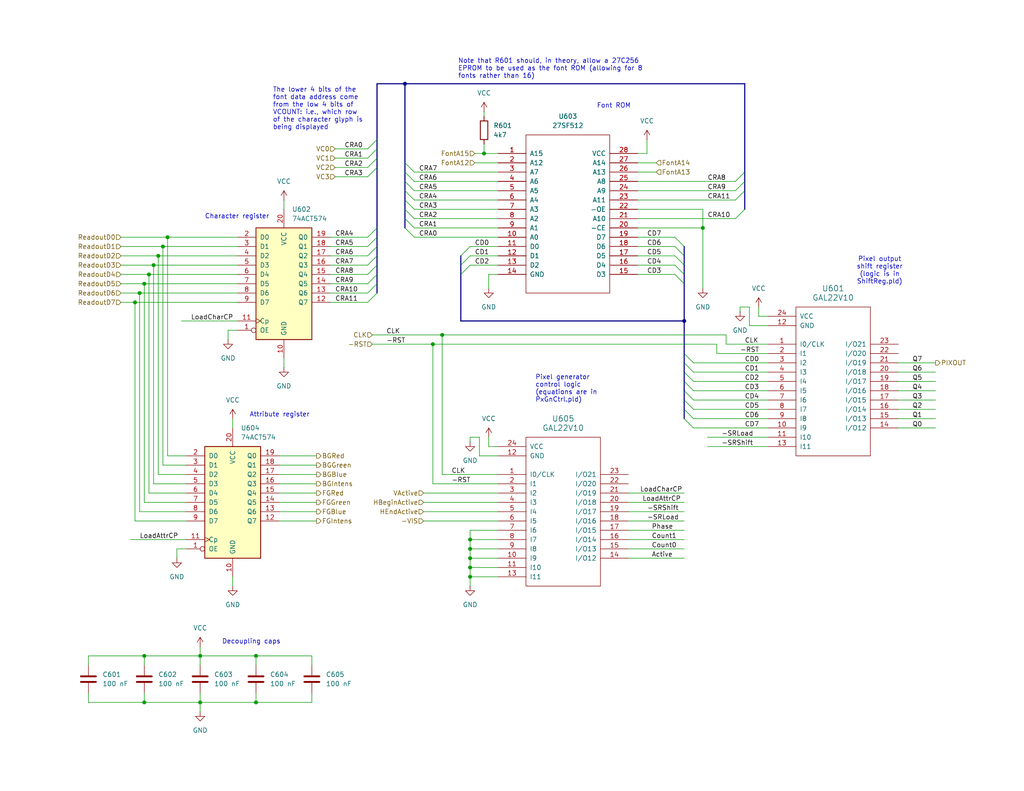
<source format=kicad_sch>
(kicad_sch (version 20231120) (generator "eeschema") (generator_version "8.0")
  (paper "USLetter")
  (title_block (title "Pixel generator") (company "daveho hacks"))
  (lib_symbols
    (symbol "27SF512:27SF512" (pin_names (offset 1.016))
      (property "Reference" "U" (at 0 -2.54 0))
      (property "Value" "27SF512" (at 0 2.54 0))
      (symbol "27SF512_1_0"
        (rectangle (start -11.43 -21.59) (end 11.43 21.59))
      )
      (symbol "27SF512_1_1"
        (pin input line (at -19.05 16.51 0) (length 7.62) (name "A15") (number "1"))
        (pin input line (at -19.05 -6.35 0) (length 7.62) (name "A0") (number "10"))
        (pin bidirectional line (at -19.05 -8.89 0) (length 7.62) (name "D0") (number "11"))
        (pin bidirectional line (at -19.05 -11.43 0) (length 7.62) (name "D1") (number "12"))
        (pin bidirectional line (at -19.05 -13.97 0) (length 7.62) (name "D2") (number "13"))
        (pin power_in line (at -19.05 -16.51 0) (length 7.62) (name "GND") (number "14"))
        (pin bidirectional line (at 19.05 -16.51 180) (length 7.62) (name "D3") (number "15"))
        (pin bidirectional line (at 19.05 -13.97 180) (length 7.62) (name "D4") (number "16"))
        (pin bidirectional line (at 19.05 -11.43 180) (length 7.62) (name "D5") (number "17"))
        (pin bidirectional line (at 19.05 -8.89 180) (length 7.62) (name "D6") (number "18"))
        (pin bidirectional line (at 19.05 -6.35 180) (length 7.62) (name "D7") (number "19"))
        (pin input line (at -19.05 13.97 0) (length 7.62) (name "A12") (number "2"))
        (pin input line (at 19.05 -3.81 180) (length 7.62) (name "-CE") (number "20"))
        (pin input line (at 19.05 -1.27 180) (length 7.62) (name "A10") (number "21"))
        (pin input line (at 19.05 1.27 180) (length 7.62) (name "-OE") (number "22"))
        (pin input line (at 19.05 3.81 180) (length 7.62) (name "A11") (number "23"))
        (pin input line (at 19.05 6.35 180) (length 7.62) (name "A9") (number "24"))
        (pin input line (at 19.05 8.89 180) (length 7.62) (name "A8") (number "25"))
        (pin input line (at 19.05 11.43 180) (length 7.62) (name "A13") (number "26"))
        (pin input line (at 19.05 13.97 180) (length 7.62) (name "A14") (number "27"))
        (pin power_in line (at 19.05 16.51 180) (length 7.62) (name "VCC") (number "28"))
        (pin input line (at -19.05 11.43 0) (length 7.62) (name "A7") (number "3"))
        (pin input line (at -19.05 8.89 0) (length 7.62) (name "A6") (number "4"))
        (pin input line (at -19.05 6.35 0) (length 7.62) (name "A5") (number "5"))
        (pin input line (at -19.05 3.81 0) (length 7.62) (name "A4") (number "6"))
        (pin input line (at -19.05 1.27 0) (length 7.62) (name "A3") (number "7"))
        (pin input line (at -19.05 -1.27 0) (length 7.62) (name "A2") (number "8"))
        (pin input line (at -19.05 -3.81 0) (length 7.62) (name "A1") (number "9"))
      )
    )
    (symbol "74xx:74LS574" (pin_names (offset 1.016))
      (property "Reference" "U" (at -7.62 16.51 0))
      (property "Value" "74LS574" (at -7.62 -16.51 0))
      (symbol "74LS574_1_0"
        (pin input inverted (at -12.7 -12.7 0) (length 5.08) (name "OE") (number "1"))
        (pin power_in line (at 0 -20.32 90) (length 5.08) (name "GND") (number "10"))
        (pin input clock (at -12.7 -10.16 0) (length 5.08) (name "Cp") (number "11"))
        (pin tri_state line (at 12.7 -5.08 180) (length 5.08) (name "Q7") (number "12"))
        (pin tri_state line (at 12.7 -2.54 180) (length 5.08) (name "Q6") (number "13"))
        (pin tri_state line (at 12.7 0 180) (length 5.08) (name "Q5") (number "14"))
        (pin tri_state line (at 12.7 2.54 180) (length 5.08) (name "Q4") (number "15"))
        (pin tri_state line (at 12.7 5.08 180) (length 5.08) (name "Q3") (number "16"))
        (pin tri_state line (at 12.7 7.62 180) (length 5.08) (name "Q2") (number "17"))
        (pin tri_state line (at 12.7 10.16 180) (length 5.08) (name "Q1") (number "18"))
        (pin tri_state line (at 12.7 12.7 180) (length 5.08) (name "Q0") (number "19"))
        (pin input line (at -12.7 12.7 0) (length 5.08) (name "D0") (number "2"))
        (pin power_in line (at 0 20.32 270) (length 5.08) (name "VCC") (number "20"))
        (pin input line (at -12.7 10.16 0) (length 5.08) (name "D1") (number "3"))
        (pin input line (at -12.7 7.62 0) (length 5.08) (name "D2") (number "4"))
        (pin input line (at -12.7 5.08 0) (length 5.08) (name "D3") (number "5"))
        (pin input line (at -12.7 2.54 0) (length 5.08) (name "D4") (number "6"))
        (pin input line (at -12.7 0 0) (length 5.08) (name "D5") (number "7"))
        (pin input line (at -12.7 -2.54 0) (length 5.08) (name "D6") (number "8"))
        (pin input line (at -12.7 -5.08 0) (length 5.08) (name "D7") (number "9"))
      )
      (symbol "74LS574_1_1"
        (rectangle (start -7.62 15.24) (end 7.62 -15.24) (stroke (width 0.254)) (fill (type background)))
      )
    )
    (symbol "Device:C" (pin_numbers hide) (pin_names (offset 0.254))
      (property "Reference" "C" (at 0.635 2.54 0))
      (property "Value" "C" (at 0.635 -2.54 0))
      (symbol "C_0_1"
        (polyline (pts (xy -2.032 -0.762) (xy 2.032 -0.762)) (stroke (width 0.508)))
        (polyline (pts (xy -2.032 0.762) (xy 2.032 0.762)) (stroke (width 0.508)))
      )
      (symbol "C_1_1"
        (pin passive line (at 0 3.81 270) (length 2.794) (name "~") (number "1"))
        (pin passive line (at 0 -3.81 90) (length 2.794) (name "~") (number "2"))
      )
    )
    (symbol "Device:R" (pin_numbers hide) (pin_names (offset 0))
      (property "Reference" "R" (at 2.032 0 90))
      (property "Value" "R" (at 0 0 90))
      (symbol "R_0_1"
        (rectangle (start -1.016 -2.54) (end 1.016 2.54) (stroke (width 0.254)))
      )
      (symbol "R_1_1"
        (pin passive line (at 0 3.81 270) (length 1.27) (name "~") (number "1"))
        (pin passive line (at 0 -3.81 90) (length 1.27) (name "~") (number "2"))
      )
    )
    (symbol "power:GND" (power) (pin_numbers hide) (pin_names (offset 0) hide)
      (property "Value" "GND" (at 0 -3.81 0))
      (symbol "GND_0_1"
        (polyline (pts (xy 0 0) (xy 0 -1.27) (xy 1.27 -1.27) (xy 0 -2.54) (xy -1.27 -1.27) (xy 0 -1.27)))
      )
      (symbol "GND_1_1"
        (pin power_in line (at 0 0 270) (length 0) (name "~") (number "1"))
      )
    )
    (symbol "power:VCC" (power) (pin_numbers hide) (pin_names (offset 0) hide)
      (property "Value" "VCC" (at 0 3.556 0))
      (symbol "VCC_0_1"
        (polyline (pts (xy -0.762 1.27) (xy 0 2.54)))
        (polyline (pts (xy 0 0) (xy 0 2.54)))
        (polyline (pts (xy 0 2.54) (xy 0.762 1.27)))
      )
      (symbol "VCC_1_1"
        (pin power_in line (at 0 0 90) (length 0) (name "~") (number "1"))
      )
    )
    (symbol "ya68k:GAL22V10" (pin_names (offset 1.016))
      (property "Reference" "U" (at -1.27 20.32 0))
      (property "Value" "GAL22V10" (at 0 -24.13 0))
      (symbol "GAL22V10_0_1"
        (rectangle (start -10.16 19.05) (end 10.16 -21.59))
      )
      (symbol "GAL22V10_1_1"
        (pin input line (at -17.78 8.89 0) (length 7.62) (name "I0/CLK") (number "1"))
        (pin input line (at -17.78 -13.97 0) (length 7.62) (name "I9") (number "10"))
        (pin input line (at -17.78 -16.51 0) (length 7.62) (name "I10") (number "11"))
        (pin power_in line (at -17.78 13.97 0) (length 7.62) (name "GND") (number "12"))
        (pin input line (at -17.78 -19.05 0) (length 7.62) (name "I11") (number "13"))
        (pin bidirectional line (at 17.78 -13.97 180) (length 7.62) (name "I/O12") (number "14"))
        (pin bidirectional line (at 17.78 -11.43 180) (length 7.62) (name "I/O13") (number "15"))
        (pin bidirectional line (at 17.78 -8.89 180) (length 7.62) (name "I/O14") (number "16"))
        (pin bidirectional line (at 17.78 -6.35 180) (length 7.62) (name "I/O15") (number "17"))
        (pin bidirectional line (at 17.78 -3.81 180) (length 7.62) (name "I/O16") (number "18"))
        (pin bidirectional line (at 17.78 -1.27 180) (length 7.62) (name "I/O17") (number "19"))
        (pin input line (at -17.78 6.35 0) (length 7.62) (name "I1") (number "2"))
        (pin bidirectional line (at 17.78 1.27 180) (length 7.62) (name "I/O18") (number "20"))
        (pin bidirectional line (at 17.78 3.81 180) (length 7.62) (name "I/O19") (number "21"))
        (pin bidirectional line (at 17.78 6.35 180) (length 7.62) (name "I/O20") (number "22"))
        (pin bidirectional line (at 17.78 8.89 180) (length 7.62) (name "I/O21") (number "23"))
        (pin power_in line (at -17.78 16.51 0) (length 7.62) (name "VCC") (number "24"))
        (pin input line (at -17.78 3.81 0) (length 7.62) (name "I2") (number "3"))
        (pin input line (at -17.78 1.27 0) (length 7.62) (name "I3") (number "4"))
        (pin input line (at -17.78 -1.27 0) (length 7.62) (name "I4") (number "5"))
        (pin input line (at -17.78 -3.81 0) (length 7.62) (name "I5") (number "6"))
        (pin input line (at -17.78 -6.35 0) (length 7.62) (name "I6") (number "7"))
        (pin input line (at -17.78 -8.89 0) (length 7.62) (name "I7") (number "8"))
        (pin input line (at -17.78 -11.43 0) (length 7.62) (name "I8") (number "9"))
      )
    )
  )
  (junction (at 128.27 147.32))
  (junction (at 54.61 179.07))
  (junction (at 40.64 74.93))
  (junction (at 39.37 77.47))
  (junction (at 54.61 191.77))
  (junction (at 44.45 67.31))
  (junction (at 128.27 152.4))
  (junction (at 41.91 72.39))
  (junction (at 120.65 91.44))
  (junction (at 45.72 64.77))
  (junction (at 38.1 80.01))
  (junction (at 118.11 93.98))
  (junction (at 191.77 62.23))
  (junction (at 110.49 22.86))
  (junction (at 36.83 82.55))
  (junction (at 186.69 87.63))
  (junction (at 128.27 157.48))
  (junction (at 69.85 191.77))
  (junction (at 128.27 149.86))
  (junction (at 132.08 41.91))
  (junction (at 43.18 69.85))
  (junction (at 39.37 191.77))
  (junction (at 69.85 179.07))
  (junction (at 128.27 154.94))
  (junction (at 39.37 179.07))
  (bus_entry (at 100.33 48.26) (size 2.54 -2.54))
  (bus_entry (at 100.33 43.18) (size 2.54 -2.54))
  (bus_entry (at 110.49 49.53) (size 2.54 2.54))
  (bus_entry (at 125.73 69.85) (size 2.54 -2.54))
  (bus_entry (at 125.73 72.39) (size 2.54 -2.54))
  (bus_entry (at 100.33 67.31) (size 2.54 -2.54))
  (bus_entry (at 186.69 106.68) (size 2.54 2.54))
  (bus_entry (at 110.49 59.69) (size 2.54 2.54))
  (bus_entry (at 184.15 69.85) (size 2.54 2.54))
  (bus_entry (at 200.66 49.53) (size 2.54 -2.54))
  (bus_entry (at 100.33 74.93) (size 2.54 -2.54))
  (bus_entry (at 186.69 111.76) (size 2.54 2.54))
  (bus_entry (at 110.49 57.15) (size 2.54 2.54))
  (bus_entry (at 110.49 52.07) (size 2.54 2.54))
  (bus_entry (at 186.69 114.3) (size 2.54 2.54))
  (bus_entry (at 100.33 82.55) (size 2.54 -2.54))
  (bus_entry (at 184.15 74.93) (size 2.54 2.54))
  (bus_entry (at 110.49 44.45) (size 2.54 2.54))
  (bus_entry (at 186.69 99.06) (size 2.54 2.54))
  (bus_entry (at 184.15 64.77) (size 2.54 2.54))
  (bus_entry (at 100.33 77.47) (size 2.54 -2.54))
  (bus_entry (at 100.33 64.77) (size 2.54 -2.54))
  (bus_entry (at 186.69 96.52) (size 2.54 2.54))
  (bus_entry (at 100.33 40.64) (size 2.54 -2.54))
  (bus_entry (at 200.66 54.61) (size 2.54 -2.54))
  (bus_entry (at 186.69 109.22) (size 2.54 2.54))
  (bus_entry (at 200.66 59.69) (size 2.54 -2.54))
  (bus_entry (at 100.33 45.72) (size 2.54 -2.54))
  (bus_entry (at 184.15 67.31) (size 2.54 2.54))
  (bus_entry (at 125.73 74.93) (size 2.54 -2.54))
  (bus_entry (at 100.33 72.39) (size 2.54 -2.54))
  (bus_entry (at 110.49 54.61) (size 2.54 2.54))
  (bus_entry (at 200.66 52.07) (size 2.54 -2.54))
  (bus_entry (at 100.33 69.85) (size 2.54 -2.54))
  (bus_entry (at 110.49 46.99) (size 2.54 2.54))
  (bus_entry (at 186.69 104.14) (size 2.54 2.54))
  (bus_entry (at 100.33 80.01) (size 2.54 -2.54))
  (bus_entry (at 186.69 101.6) (size 2.54 2.54))
  (bus_entry (at 184.15 72.39) (size 2.54 2.54))
  (bus_entry (at 110.49 62.23) (size 2.54 2.54))
  (bus (pts (xy 186.69 101.6) (xy 186.69 104.14)))
  (wire (pts (xy 128.27 154.94) (xy 128.27 157.48)))
  (wire (pts (xy 120.65 91.44) (xy 198.12 91.44)))
  (bus (pts (xy 102.87 22.86) (xy 102.87 38.1)))
  (wire (pts (xy 129.54 41.91) (xy 132.08 41.91)))
  (wire (pts (xy 204.47 83.82) (xy 201.93 83.82)))
  (wire (pts (xy 171.45 142.24) (xy 186.69 142.24)))
  (wire (pts (xy 90.17 67.31) (xy 100.33 67.31)))
  (wire (pts (xy 50.8 149.86) (xy 48.26 149.86)))
  (wire (pts (xy 63.5 157.48) (xy 63.5 160.02)))
  (wire (pts (xy 39.37 179.07) (xy 54.61 179.07)))
  (bus (pts (xy 125.73 72.39) (xy 125.73 74.93)))
  (wire (pts (xy 171.45 147.32) (xy 186.69 147.32)))
  (bus (pts (xy 186.69 111.76) (xy 186.69 114.3)))
  (wire (pts (xy 33.02 82.55) (xy 36.83 82.55)))
  (wire (pts (xy 133.35 119.38) (xy 133.35 121.92)))
  (wire (pts (xy 40.64 134.62) (xy 40.64 74.93)))
  (wire (pts (xy 189.23 114.3) (xy 209.55 114.3)))
  (wire (pts (xy 201.93 83.82) (xy 201.93 85.09)))
  (wire (pts (xy 173.99 62.23) (xy 191.77 62.23)))
  (wire (pts (xy 171.45 134.62) (xy 186.69 134.62)))
  (wire (pts (xy 54.61 176.53) (xy 54.61 179.07)))
  (wire (pts (xy 204.47 88.9) (xy 204.47 83.82)))
  (wire (pts (xy 50.8 129.54) (xy 43.18 129.54)))
  (wire (pts (xy 120.65 91.44) (xy 120.65 129.54)))
  (wire (pts (xy 128.27 149.86) (xy 128.27 152.4)))
  (wire (pts (xy 50.8 127) (xy 44.45 127)))
  (wire (pts (xy 128.27 147.32) (xy 128.27 149.86)))
  (bus (pts (xy 110.49 59.69) (xy 110.49 57.15)))
  (wire (pts (xy 36.83 142.24) (xy 36.83 82.55)))
  (wire (pts (xy 113.03 46.99) (xy 135.89 46.99)))
  (wire (pts (xy 90.17 80.01) (xy 100.33 80.01)))
  (wire (pts (xy 115.57 139.7) (xy 135.89 139.7)))
  (bus (pts (xy 110.49 22.86) (xy 102.87 22.86)))
  (bus (pts (xy 110.49 52.07) (xy 110.49 49.53)))
  (wire (pts (xy 39.37 189.23) (xy 39.37 191.77)))
  (bus (pts (xy 186.69 67.31) (xy 186.69 69.85)))
  (wire (pts (xy 171.45 137.16) (xy 186.69 137.16)))
  (wire (pts (xy 44.45 67.31) (xy 64.77 67.31)))
  (bus (pts (xy 102.87 67.31) (xy 102.87 69.85)))
  (wire (pts (xy 39.37 137.16) (xy 39.37 77.47)))
  (wire (pts (xy 173.99 59.69) (xy 200.66 59.69)))
  (wire (pts (xy 193.04 121.92) (xy 209.55 121.92)))
  (wire (pts (xy 49.53 87.63) (xy 64.77 87.63)))
  (wire (pts (xy 135.89 124.46) (xy 130.81 124.46)))
  (wire (pts (xy 195.58 96.52) (xy 195.58 93.98)))
  (wire (pts (xy 69.85 179.07) (xy 69.85 181.61)))
  (wire (pts (xy 91.44 45.72) (xy 100.33 45.72)))
  (wire (pts (xy 50.8 137.16) (xy 39.37 137.16)))
  (wire (pts (xy 128.27 144.78) (xy 128.27 147.32)))
  (wire (pts (xy 132.08 41.91) (xy 135.89 41.91)))
  (wire (pts (xy 38.1 139.7) (xy 38.1 80.01)))
  (wire (pts (xy 90.17 74.93) (xy 100.33 74.93)))
  (bus (pts (xy 186.69 96.52) (xy 186.69 99.06)))
  (wire (pts (xy 24.13 179.07) (xy 39.37 179.07)))
  (wire (pts (xy 50.8 134.62) (xy 40.64 134.62)))
  (wire (pts (xy 245.11 109.22) (xy 255.27 109.22)))
  (wire (pts (xy 76.2 139.7) (xy 86.36 139.7)))
  (bus (pts (xy 102.87 77.47) (xy 102.87 80.01)))
  (wire (pts (xy 128.27 147.32) (xy 135.89 147.32)))
  (wire (pts (xy 38.1 80.01) (xy 64.77 80.01)))
  (wire (pts (xy 113.03 49.53) (xy 135.89 49.53)))
  (wire (pts (xy 91.44 43.18) (xy 100.33 43.18)))
  (wire (pts (xy 113.03 59.69) (xy 135.89 59.69)))
  (wire (pts (xy 173.99 52.07) (xy 200.66 52.07)))
  (wire (pts (xy 33.02 64.77) (xy 45.72 64.77)))
  (wire (pts (xy 90.17 82.55) (xy 100.33 82.55)))
  (wire (pts (xy 76.2 124.46) (xy 86.36 124.46)))
  (wire (pts (xy 101.6 91.44) (xy 120.65 91.44)))
  (wire (pts (xy 128.27 119.38) (xy 128.27 120.65)))
  (wire (pts (xy 189.23 104.14) (xy 209.55 104.14)))
  (wire (pts (xy 50.8 139.7) (xy 38.1 139.7)))
  (bus (pts (xy 110.49 46.99) (xy 110.49 44.45)))
  (bus (pts (xy 203.2 46.99) (xy 203.2 22.86)))
  (wire (pts (xy 191.77 62.23) (xy 191.77 78.74)))
  (bus (pts (xy 186.69 74.93) (xy 186.69 77.47)))
  (bus (pts (xy 102.87 45.72) (xy 102.87 62.23)))
  (wire (pts (xy 113.03 54.61) (xy 135.89 54.61)))
  (wire (pts (xy 198.12 93.98) (xy 198.12 91.44)))
  (wire (pts (xy 85.09 179.07) (xy 85.09 181.61)))
  (wire (pts (xy 128.27 152.4) (xy 135.89 152.4)))
  (wire (pts (xy 69.85 179.07) (xy 85.09 179.07)))
  (wire (pts (xy 76.2 129.54) (xy 86.36 129.54)))
  (wire (pts (xy 76.2 127) (xy 86.36 127)))
  (wire (pts (xy 133.35 74.93) (xy 133.35 78.74)))
  (wire (pts (xy 44.45 127) (xy 44.45 67.31)))
  (wire (pts (xy 209.55 96.52) (xy 195.58 96.52)))
  (wire (pts (xy 245.11 111.76) (xy 255.27 111.76)))
  (wire (pts (xy 173.99 57.15) (xy 191.77 57.15)))
  (bus (pts (xy 102.87 43.18) (xy 102.87 45.72)))
  (bus (pts (xy 102.87 72.39) (xy 102.87 74.93)))
  (wire (pts (xy 171.45 139.7) (xy 186.69 139.7)))
  (wire (pts (xy 45.72 124.46) (xy 45.72 64.77)))
  (bus (pts (xy 102.87 62.23) (xy 102.87 64.77)))
  (wire (pts (xy 115.57 142.24) (xy 135.89 142.24)))
  (wire (pts (xy 91.44 40.64) (xy 100.33 40.64)))
  (bus (pts (xy 125.73 69.85) (xy 125.73 72.39)))
  (wire (pts (xy 245.11 101.6) (xy 255.27 101.6)))
  (wire (pts (xy 209.55 88.9) (xy 204.47 88.9)))
  (wire (pts (xy 173.99 74.93) (xy 184.15 74.93)))
  (wire (pts (xy 54.61 191.77) (xy 54.61 194.31)))
  (wire (pts (xy 209.55 86.36) (xy 207.01 86.36)))
  (bus (pts (xy 110.49 49.53) (xy 110.49 46.99)))
  (wire (pts (xy 33.02 69.85) (xy 43.18 69.85)))
  (wire (pts (xy 173.99 54.61) (xy 200.66 54.61)))
  (wire (pts (xy 39.37 191.77) (xy 54.61 191.77)))
  (wire (pts (xy 128.27 149.86) (xy 135.89 149.86)))
  (bus (pts (xy 186.69 104.14) (xy 186.69 106.68)))
  (bus (pts (xy 102.87 38.1) (xy 102.87 40.64)))
  (wire (pts (xy 173.99 64.77) (xy 184.15 64.77)))
  (wire (pts (xy 64.77 90.17) (xy 62.23 90.17)))
  (wire (pts (xy 43.18 69.85) (xy 64.77 69.85)))
  (wire (pts (xy 85.09 191.77) (xy 85.09 189.23)))
  (wire (pts (xy 77.47 54.61) (xy 77.47 57.15)))
  (bus (pts (xy 125.73 74.93) (xy 125.73 87.63)))
  (wire (pts (xy 76.2 132.08) (xy 86.36 132.08)))
  (wire (pts (xy 118.11 132.08) (xy 118.11 93.98)))
  (wire (pts (xy 130.81 119.38) (xy 128.27 119.38)))
  (wire (pts (xy 129.54 44.45) (xy 135.89 44.45)))
  (wire (pts (xy 69.85 189.23) (xy 69.85 191.77)))
  (wire (pts (xy 45.72 64.77) (xy 64.77 64.77)))
  (wire (pts (xy 135.89 129.54) (xy 120.65 129.54)))
  (wire (pts (xy 76.2 134.62) (xy 86.36 134.62)))
  (wire (pts (xy 24.13 181.61) (xy 24.13 179.07)))
  (wire (pts (xy 130.81 124.46) (xy 130.81 119.38)))
  (wire (pts (xy 189.23 109.22) (xy 209.55 109.22)))
  (wire (pts (xy 189.23 111.76) (xy 209.55 111.76)))
  (wire (pts (xy 189.23 106.68) (xy 209.55 106.68)))
  (wire (pts (xy 54.61 191.77) (xy 69.85 191.77)))
  (wire (pts (xy 101.6 93.98) (xy 118.11 93.98)))
  (wire (pts (xy 128.27 154.94) (xy 135.89 154.94)))
  (wire (pts (xy 50.8 132.08) (xy 41.91 132.08)))
  (bus (pts (xy 102.87 69.85) (xy 102.87 72.39)))
  (wire (pts (xy 118.11 132.08) (xy 135.89 132.08)))
  (wire (pts (xy 115.57 137.16) (xy 135.89 137.16)))
  (wire (pts (xy 77.47 97.79) (xy 77.47 100.33)))
  (wire (pts (xy 128.27 67.31) (xy 135.89 67.31)))
  (wire (pts (xy 128.27 152.4) (xy 128.27 154.94)))
  (wire (pts (xy 132.08 30.48) (xy 132.08 31.75)))
  (bus (pts (xy 186.69 106.68) (xy 186.69 109.22)))
  (wire (pts (xy 128.27 144.78) (xy 135.89 144.78)))
  (wire (pts (xy 33.02 74.93) (xy 40.64 74.93)))
  (wire (pts (xy 245.11 104.14) (xy 255.27 104.14)))
  (wire (pts (xy 33.02 80.01) (xy 38.1 80.01)))
  (wire (pts (xy 90.17 77.47) (xy 100.33 77.47)))
  (wire (pts (xy 90.17 64.77) (xy 100.33 64.77)))
  (wire (pts (xy 113.03 57.15) (xy 135.89 57.15)))
  (wire (pts (xy 62.23 90.17) (xy 62.23 92.71)))
  (wire (pts (xy 90.17 72.39) (xy 100.33 72.39)))
  (bus (pts (xy 110.49 57.15) (xy 110.49 54.61)))
  (wire (pts (xy 41.91 72.39) (xy 64.77 72.39)))
  (wire (pts (xy 173.99 72.39) (xy 184.15 72.39)))
  (wire (pts (xy 128.27 69.85) (xy 135.89 69.85)))
  (bus (pts (xy 125.73 87.63) (xy 186.69 87.63)))
  (wire (pts (xy 63.5 114.3) (xy 63.5 116.84)))
  (wire (pts (xy 113.03 52.07) (xy 135.89 52.07)))
  (wire (pts (xy 173.99 44.45) (xy 179.07 44.45)))
  (wire (pts (xy 50.8 124.46) (xy 45.72 124.46)))
  (wire (pts (xy 91.44 48.26) (xy 100.33 48.26)))
  (bus (pts (xy 203.2 57.15) (xy 203.2 52.07)))
  (bus (pts (xy 186.69 69.85) (xy 186.69 72.39)))
  (wire (pts (xy 132.08 39.37) (xy 132.08 41.91)))
  (wire (pts (xy 39.37 179.07) (xy 39.37 181.61)))
  (wire (pts (xy 173.99 69.85) (xy 184.15 69.85)))
  (wire (pts (xy 173.99 46.99) (xy 179.07 46.99)))
  (wire (pts (xy 39.37 77.47) (xy 64.77 77.47)))
  (bus (pts (xy 186.69 87.63) (xy 186.69 96.52)))
  (wire (pts (xy 128.27 72.39) (xy 135.89 72.39)))
  (bus (pts (xy 186.69 99.06) (xy 186.69 101.6)))
  (wire (pts (xy 189.23 101.6) (xy 209.55 101.6)))
  (wire (pts (xy 48.26 149.86) (xy 48.26 152.4)))
  (wire (pts (xy 115.57 134.62) (xy 135.89 134.62)))
  (wire (pts (xy 173.99 41.91) (xy 176.53 41.91)))
  (wire (pts (xy 209.55 93.98) (xy 198.12 93.98)))
  (wire (pts (xy 171.45 149.86) (xy 186.69 149.86)))
  (wire (pts (xy 90.17 69.85) (xy 100.33 69.85)))
  (bus (pts (xy 102.87 40.64) (xy 102.87 43.18)))
  (wire (pts (xy 54.61 179.07) (xy 54.61 181.61)))
  (wire (pts (xy 76.2 137.16) (xy 86.36 137.16)))
  (bus (pts (xy 203.2 49.53) (xy 203.2 46.99)))
  (bus (pts (xy 102.87 74.93) (xy 102.87 77.47)))
  (wire (pts (xy 135.89 157.48) (xy 128.27 157.48)))
  (wire (pts (xy 207.01 83.82) (xy 207.01 86.36)))
  (wire (pts (xy 35.56 147.32) (xy 50.8 147.32)))
  (wire (pts (xy 113.03 62.23) (xy 135.89 62.23)))
  (wire (pts (xy 69.85 191.77) (xy 85.09 191.77)))
  (wire (pts (xy 135.89 74.93) (xy 133.35 74.93)))
  (wire (pts (xy 54.61 179.07) (xy 69.85 179.07)))
  (wire (pts (xy 36.83 82.55) (xy 64.77 82.55)))
  (wire (pts (xy 189.23 99.06) (xy 209.55 99.06)))
  (bus (pts (xy 110.49 62.23) (xy 110.49 59.69)))
  (wire (pts (xy 245.11 116.84) (xy 255.27 116.84)))
  (wire (pts (xy 33.02 67.31) (xy 44.45 67.31)))
  (bus (pts (xy 110.49 44.45) (xy 110.49 22.86)))
  (bus (pts (xy 203.2 22.86) (xy 110.49 22.86)))
  (wire (pts (xy 54.61 189.23) (xy 54.61 191.77)))
  (wire (pts (xy 50.8 142.24) (xy 36.83 142.24)))
  (wire (pts (xy 24.13 189.23) (xy 24.13 191.77)))
  (wire (pts (xy 189.23 116.84) (xy 209.55 116.84)))
  (wire (pts (xy 191.77 57.15) (xy 191.77 62.23)))
  (bus (pts (xy 186.69 77.47) (xy 186.69 87.63)))
  (wire (pts (xy 173.99 49.53) (xy 200.66 49.53)))
  (wire (pts (xy 40.64 74.93) (xy 64.77 74.93)))
  (wire (pts (xy 43.18 129.54) (xy 43.18 69.85)))
  (wire (pts (xy 171.45 152.4) (xy 186.69 152.4)))
  (wire (pts (xy 33.02 72.39) (xy 41.91 72.39)))
  (wire (pts (xy 33.02 77.47) (xy 39.37 77.47)))
  (wire (pts (xy 135.89 121.92) (xy 133.35 121.92)))
  (bus (pts (xy 203.2 52.07) (xy 203.2 49.53)))
  (wire (pts (xy 195.58 93.98) (xy 118.11 93.98)))
  (bus (pts (xy 102.87 64.77) (xy 102.87 67.31)))
  (wire (pts (xy 193.04 119.38) (xy 209.55 119.38)))
  (bus (pts (xy 110.49 54.61) (xy 110.49 52.07)))
  (wire (pts (xy 113.03 64.77) (xy 135.89 64.77)))
  (wire (pts (xy 128.27 157.48) (xy 128.27 160.02)))
  (wire (pts (xy 24.13 191.77) (xy 39.37 191.77)))
  (bus (pts (xy 186.69 109.22) (xy 186.69 111.76)))
  (wire (pts (xy 176.53 38.1) (xy 176.53 41.91)))
  (wire (pts (xy 245.11 99.06) (xy 255.27 99.06)))
  (wire (pts (xy 171.45 144.78) (xy 186.69 144.78)))
  (wire (pts (xy 41.91 132.08) (xy 41.91 72.39)))
  (bus (pts (xy 186.69 72.39) (xy 186.69 74.93)))
  (wire (pts (xy 76.2 142.24) (xy 86.36 142.24)))
  (wire (pts (xy 173.99 67.31) (xy 184.15 67.31)))
  (wire (pts (xy 245.11 106.68) (xy 255.27 106.68)))
  (wire (pts (xy 245.11 114.3) (xy 255.27 114.3)))
  (text "Font ROM" (at 162.814 28.956 0) (effects (font (size 1.27 1.27)) (justify left)))
  (text "Character register" (at 55.88 59.182 0) (effects (font (size 1.27 1.27)) (justify left)))
  (text "Pixel output\nshift register\n(logic is in\nShiftReg.pld)" (at 240.03 73.914 0) (effects (font (size 1.27 1.27))))
  (text "Pixel generator\ncontrol logic\n(equations are in\nPxGnCtrl.pld)" (at 146.05 106.172 0) (effects (font (size 1.27 1.27)) (justify left)))
  (text "Decoupling caps" (at 68.58 175.26 0) (effects (font (size 1.27 1.27))))
  (text "Note that R601 should, in theory, allow a 27C256\nEPROM to be used as the font ROM (allowing for 8\nfonts rather than 16)" (at 124.968 18.796 0) (effects (font (size 1.27 1.27)) (justify left)))
  (text "The lower 4 bits of the\nfont data address come\nfrom the low 4 bits of\nVCOUNT: i.e., which row\nof the character glyph is\nbeing displayed" (at 74.422 29.718 0) (effects (font (size 1.27 1.27)) (justify left)))
  (text "Attribute register" (at 68.072 113.284 0) (effects (font (size 1.27 1.27)) (justify left)))
  (label "CD0" (at 129.54 67.31 0))
  (label "CRA5" (at 114.3 52.07 0))
  (label "CRA6" (at 114.3 49.53 0))
  (label "-SRShift" (at 176.53 139.7 0))
  (label "CD2" (at 129.54 72.39 0))
  (label "CD6" (at 176.53 67.31 0))
  (label "CD7" (at 176.53 64.77 0))
  (label "CRA3" (at 93.98 48.26 0))
  (label "CRA1" (at 93.98 43.18 0))
  (label "CRA0" (at 93.98 40.64 0))
  (label "CD5" (at 203.2 111.76 0))
  (label "CD4" (at 203.2 109.22 0))
  (label "CRA11" (at 193.04 54.61 0))
  (label "Q4" (at 248.92 106.68 0))
  (label "CD4" (at 176.53 72.39 0))
  (label "Count1" (at 177.8 147.32 0))
  (label "CD3" (at 176.53 74.93 0))
  (label "LoadAttrCP" (at 175.26 137.16 0))
  (label "CD6" (at 203.2 114.3 0))
  (label "CRA10" (at 193.04 59.69 0))
  (label "Active" (at 177.8 152.4 0))
  (label "LoadAttrCP" (at 38.1 147.32 0))
  (label "-RST" (at 201.93 96.52 0))
  (label "CD5" (at 176.53 69.85 0))
  (label "CD0" (at 203.2 99.06 0))
  (label "CRA3" (at 114.3 57.15 0))
  (label "CRA2" (at 93.98 45.72 0))
  (label "CLK" (at 123.19 129.54 0))
  (label "CRA7" (at 91.44 72.39 0))
  (label "CRA6" (at 91.44 69.85 0))
  (label "Q3" (at 248.92 109.22 0))
  (label "CD1" (at 203.2 101.6 0))
  (label "CRA4" (at 91.44 64.77 0))
  (label "Q6" (at 248.92 101.6 0))
  (label "Q2" (at 248.92 111.76 0))
  (label "CLK" (at 203.2 93.98 0))
  (label "-RST" (at 123.19 132.08 0))
  (label "CRA4" (at 114.3 54.61 0))
  (label "CD1" (at 129.54 69.85 0))
  (label "CLK" (at 105.41 91.44 0))
  (label "CD3" (at 203.2 106.68 0))
  (label "Q0" (at 248.92 116.84 0))
  (label "Phase" (at 177.8 144.78 0))
  (label "CRA8" (at 193.04 49.53 0))
  (label "CRA1" (at 114.3 62.23 0))
  (label "Q5" (at 248.92 104.14 0))
  (label "CRA2" (at 114.3 59.69 0))
  (label "-SRLoad" (at 196.85 119.38 0))
  (label "CRA9" (at 91.44 77.47 0))
  (label "-RST" (at 105.41 93.98 0))
  (label "CRA7" (at 114.3 46.99 0))
  (label "CRA0" (at 114.3 64.77 0))
  (label "-SRLoad" (at 176.53 142.24 0))
  (label "CRA9" (at 193.04 52.07 0))
  (label "LoadCharCP" (at 52.07 87.63 0))
  (label "CD2" (at 203.2 104.14 0))
  (label "CRA8" (at 91.44 74.93 0))
  (label "Count0" (at 177.8 149.86 0))
  (label "CRA5" (at 91.44 67.31 0))
  (label "CRA11" (at 91.44 82.55 0))
  (label "Q7" (at 248.92 99.06 0))
  (label "LoadCharCP" (at 174.625 134.62 0))
  (label "CD7" (at 203.2 116.84 0))
  (label "Q1" (at 248.92 114.3 0))
  (label "CRA10" (at 91.44 80.01 0))
  (label "-SRShift" (at 196.85 121.92 0))
  (hierarchical_label "BGGreen" (shape output) (at 86.36 127 0))
  (hierarchical_label "HBeginActive" (shape input) (at 115.57 137.16 180))
  (hierarchical_label "ReadoutD5" (shape input) (at 33.02 77.47 180))
  (hierarchical_label "ReadoutD3" (shape input) (at 33.02 72.39 180))
  (hierarchical_label "BGBlue" (shape output) (at 86.36 129.54 0))
  (hierarchical_label "FontA14" (shape input) (at 179.07 44.45 0))
  (hierarchical_label "VC0" (shape input) (at 91.44 40.64 180))
  (hierarchical_label "FGIntens" (shape output) (at 86.36 142.24 0))
  (hierarchical_label "ReadoutD2" (shape input) (at 33.02 69.85 180))
  (hierarchical_label "FGRed" (shape output) (at 86.36 134.62 0))
  (hierarchical_label "PIXOUT" (shape output) (at 255.27 99.06 0))
  (hierarchical_label "VC1" (shape input) (at 91.44 43.18 180))
  (hierarchical_label "-VIS" (shape input) (at 115.57 142.24 180))
  (hierarchical_label "FontA12" (shape input) (at 129.54 44.45 180))
  (hierarchical_label "HEndActive" (shape input) (at 115.57 139.7 180))
  (hierarchical_label "CLK" (shape input) (at 101.6 91.44 180))
  (hierarchical_label "FontA13" (shape input) (at 179.07 46.99 0))
  (hierarchical_label "-RST" (shape input) (at 101.6 93.98 180))
  (hierarchical_label "ReadoutD0" (shape input) (at 33.02 64.77 180))
  (hierarchical_label "ReadoutD6" (shape input) (at 33.02 80.01 180))
  (hierarchical_label "FGBlue" (shape output) (at 86.36 139.7 0))
  (hierarchical_label "ReadoutD4" (shape input) (at 33.02 74.93 180))
  (hierarchical_label "ReadoutD7" (shape input) (at 33.02 82.55 180))
  (hierarchical_label "FontA15" (shape input) (at 129.54 41.91 180))
  (hierarchical_label "VC2" (shape input) (at 91.44 45.72 180))
  (hierarchical_label "VC3" (shape input) (at 91.44 48.26 180))
  (hierarchical_label "VActive" (shape input) (at 115.57 134.62 180))
  (hierarchical_label "BGIntens" (shape output) (at 86.36 132.08 0))
  (hierarchical_label "FGGreen" (shape output) (at 86.36 137.16 0))
  (hierarchical_label "ReadoutD1" (shape input) (at 33.02 67.31 180))
  (hierarchical_label "BGRed" (shape output) (at 86.36 124.46 0))
  (symbol (lib_id "power:VCC") (at 63.5 114.3 0) (unit 1)
    (property "Reference" "#PWR078" (effects (hide yes)))
    (property "Value" "VCC" (at 63.5 109.22 0))
    (property "Description" "Power symbol creates a global label with name \"VCC\"" (effects (hide yes)))
  )
  (symbol (lib_id "Device:C") (at 54.61 185.42 0) (unit 1)
    (property "Reference" "C603" (at 58.42 184.1499 0) (effects (justify left)))
    (property "Value" "100 nF" (at 58.42 186.6899 0) (effects (justify left)))
    (property "Footprint" "Capacitor_SMD:C_0805_2012Metric_Pad1.18x1.45mm_HandSolder" (effects (hide yes)))
    (property "Description" "Unpolarized capacitor" (effects (hide yes)))
  )
  (symbol (lib_id "Device:C") (at 39.37 185.42 0) (unit 1)
    (property "Reference" "C602" (at 43.18 184.1499 0) (effects (justify left)))
    (property "Value" "100 nF" (at 43.18 186.6899 0) (effects (justify left)))
    (property "Footprint" "Capacitor_SMD:C_0805_2012Metric_Pad1.18x1.45mm_HandSolder" (effects (hide yes)))
    (property "Description" "Unpolarized capacitor" (effects (hide yes)))
  )
  (symbol (lib_id "Device:R") (at 132.08 35.56 0) (unit 1)
    (property "Reference" "R601" (at 134.62 34.2899 0) (effects (justify left)))
    (property "Value" "4k7" (at 134.62 36.8299 0) (effects (justify left)))
    (property "Footprint" "Resistor_SMD:R_0805_2012Metric_Pad1.20x1.40mm_HandSolder" (effects (hide yes)))
    (property "Description" "Resistor" (effects (hide yes)))
  )
  (symbol (lib_id "74xx:74LS574") (at 77.47 77.47 0) (unit 1)
    (property "Reference" "U602" (at 79.6641 57.15 0) (effects (justify left)))
    (property "Value" "74ACT574" (at 79.6641 59.69 0) (effects (justify left)))
    (property "Footprint" "Package_SO:SOIC-20W_7.5x12.8mm_P1.27mm" (effects (hide yes)))
    (property "Datasheet" "http://www.ti.com/lit/gpn/sn74LS574" (effects (hide yes)))
    (property "Description" "8-bit Register, 3-state outputs" (effects (hide yes)))
  )
  (symbol (lib_id "27SF512:27SF512") (at 154.94 58.42 0) (unit 1)
    (property "Reference" "U603" (at 154.94 31.75 0))
    (property "Value" "27SF512" (at 154.94 34.29 0))
    (property "Footprint" "Package_DIP:DIP-28_W15.24mm_Socket" (effects (hide yes)))
    (property "Datasheet" "DOCUMENTATION" (effects (hide yes)))
  )
  (symbol (lib_id "power:GND") (at 128.27 120.65 0) (unit 1)
    (property "Reference" "#PWR066" (effects (hide yes)))
    (property "Value" "GND" (at 128.27 125.73 0))
    (property "Description" "Power symbol creates a global label with name \"GND\" , ground" (effects (hide yes)))
  )
  (symbol (lib_id "ya68k:GAL22V10") (at 227.33 102.87 0) (unit 1)
    (property "Reference" "U601" (at 227.33 78.74 0) (effects (font (size 1.524 1.524))))
    (property "Value" "GAL22V10" (at 227.33 81.28 0) (effects (font (size 1.524 1.524))))
    (property "Footprint" "Package_SO:SOIC-24W_7.5x15.4mm_P1.27mm" (effects (hide yes)))
  )
  (symbol (lib_id "power:VCC") (at 133.35 119.38 0) (unit 1)
    (property "Reference" "#PWR065" (effects (hide yes)))
    (property "Value" "VCC" (at 133.35 114.3 0))
    (property "Description" "Power symbol creates a global label with name \"VCC\"" (effects (hide yes)))
  )
  (symbol (lib_id "power:GND") (at 201.93 85.09 0) (unit 1)
    (property "Reference" "#PWR092" (effects (hide yes)))
    (property "Value" "GND" (at 201.93 90.17 0))
    (property "Description" "Power symbol creates a global label with name \"GND\" , ground" (effects (hide yes)))
  )
  (symbol (lib_id "ya68k:GAL22V10") (at 153.67 138.43 0) (unit 1)
    (property "Reference" "U605" (at 153.67 114.3 0) (effects (font (size 1.524 1.524))))
    (property "Value" "GAL22V10" (at 153.67 116.84 0) (effects (font (size 1.524 1.524))))
    (property "Footprint" "Package_SO:SOIC-24W_7.5x15.4mm_P1.27mm" (effects (hide yes)))
  )
  (symbol (lib_id "Device:C") (at 69.85 185.42 0) (unit 1)
    (property "Reference" "C604" (at 73.66 184.1499 0) (effects (justify left)))
    (property "Value" "100 nF" (at 73.66 186.6899 0) (effects (justify left)))
    (property "Footprint" "Capacitor_SMD:C_0805_2012Metric_Pad1.18x1.45mm_HandSolder" (effects (hide yes)))
    (property "Description" "Unpolarized capacitor" (effects (hide yes)))
  )
  (symbol (lib_id "Device:C") (at 24.13 185.42 0) (unit 1)
    (property "Reference" "C601" (at 27.94 184.1499 0) (effects (justify left)))
    (property "Value" "100 nF" (at 27.94 186.6899 0) (effects (justify left)))
    (property "Footprint" "Capacitor_SMD:C_0805_2012Metric_Pad1.18x1.45mm_HandSolder" (effects (hide yes)))
    (property "Description" "Unpolarized capacitor" (effects (hide yes)))
  )
  (symbol (lib_id "power:VCC") (at 207.01 83.82 0) (unit 1)
    (property "Reference" "#PWR093" (effects (hide yes)))
    (property "Value" "VCC" (at 207.01 78.74 0))
    (property "Description" "Power symbol creates a global label with name \"VCC\"" (effects (hide yes)))
  )
  (symbol (lib_id "power:GND") (at 191.77 78.74 0) (unit 1)
    (property "Reference" "#PWR072" (effects (hide yes)))
    (property "Value" "GND" (at 191.77 83.82 0))
    (property "Description" "Power symbol creates a global label with name \"GND\" , ground" (effects (hide yes)))
  )
  (symbol (lib_id "Device:C") (at 85.09 185.42 0) (unit 1)
    (property "Reference" "C605" (at 88.9 184.1499 0) (effects (justify left)))
    (property "Value" "100 nF" (at 88.9 186.6899 0) (effects (justify left)))
    (property "Footprint" "Capacitor_SMD:C_0805_2012Metric_Pad1.18x1.45mm_HandSolder" (effects (hide yes)))
    (property "Description" "Unpolarized capacitor" (effects (hide yes)))
  )
  (symbol (lib_id "power:VCC") (at 54.61 176.53 0) (unit 1)
    (property "Reference" "#PWR082" (effects (hide yes)))
    (property "Value" "VCC" (at 54.61 171.45 0))
    (property "Description" "Power symbol creates a global label with name \"VCC\"" (effects (hide yes)))
  )
  (symbol (lib_id "power:GND") (at 48.26 152.4 0) (unit 1)
    (property "Reference" "#PWR074" (effects (hide yes)))
    (property "Value" "GND" (at 48.26 157.48 0))
    (property "Description" "Power symbol creates a global label with name \"GND\" , ground" (effects (hide yes)))
  )
  (symbol (lib_id "power:VCC") (at 176.53 38.1 0) (unit 1)
    (property "Reference" "#PWR076" (effects (hide yes)))
    (property "Value" "VCC" (at 176.53 33.02 0))
    (property "Description" "Power symbol creates a global label with name \"VCC\"" (effects (hide yes)))
  )
  (symbol (lib_id "power:GND") (at 128.27 160.02 0) (unit 1)
    (property "Reference" "#PWR067" (effects (hide yes)))
    (property "Value" "GND" (at 128.27 165.1 0))
    (property "Description" "Power symbol creates a global label with name \"GND\" , ground" (effects (hide yes)))
  )
  (symbol (lib_id "power:GND") (at 54.61 194.31 0) (unit 1)
    (property "Reference" "#PWR083" (effects (hide yes)))
    (property "Value" "GND" (at 54.61 199.39 0))
    (property "Description" "Power symbol creates a global label with name \"GND\" , ground" (effects (hide yes)))
  )
  (symbol (lib_id "power:VCC") (at 132.08 30.48 0) (unit 1)
    (property "Reference" "#PWR028" (effects (hide yes)))
    (property "Value" "VCC" (at 132.08 25.4 0))
    (property "Description" "Power symbol creates a global label with name \"VCC\"" (effects (hide yes)))
  )
  (symbol (lib_id "power:GND") (at 62.23 92.71 0) (unit 1)
    (property "Reference" "#PWR073" (effects (hide yes)))
    (property "Value" "GND" (at 62.23 97.79 0))
    (property "Description" "Power symbol creates a global label with name \"GND\" , ground" (effects (hide yes)))
  )
  (symbol (lib_id "power:GND") (at 77.47 100.33 0) (unit 1)
    (property "Reference" "#PWR080" (effects (hide yes)))
    (property "Value" "GND" (at 77.47 105.41 0))
    (property "Description" "Power symbol creates a global label with name \"GND\" , ground" (effects (hide yes)))
  )
  (symbol (lib_id "power:GND") (at 63.5 160.02 0) (unit 1)
    (property "Reference" "#PWR081" (effects (hide yes)))
    (property "Value" "GND" (at 63.5 165.1 0))
    (property "Description" "Power symbol creates a global label with name \"GND\" , ground" (effects (hide yes)))
  )
  (symbol (lib_id "power:VCC") (at 77.47 54.61 0) (unit 1)
    (property "Reference" "#PWR077" (effects (hide yes)))
    (property "Value" "VCC" (at 77.47 49.53 0))
    (property "Description" "Power symbol creates a global label with name \"VCC\"" (effects (hide yes)))
  )
  (symbol (lib_id "power:GND") (at 133.35 78.74 0) (unit 1)
    (property "Reference" "#PWR071" (effects (hide yes)))
    (property "Value" "GND" (at 133.35 83.82 0))
    (property "Description" "Power symbol creates a global label with name \"GND\" , ground" (effects (hide yes)))
  )
  (symbol (lib_id "74xx:74LS574") (at 63.5 137.16 0) (unit 1)
    (property "Reference" "U604" (at 65.6941 116.84 0) (effects (justify left)))
    (property "Value" "74ACT574" (at 65.6941 119.38 0) (effects (justify left)))
    (property "Footprint" "Package_SO:SOIC-20W_7.5x12.8mm_P1.27mm" (effects (hide yes)))
    (property "Datasheet" "http://www.ti.com/lit/gpn/sn74LS574" (effects (hide yes)))
    (property "Description" "8-bit Register, 3-state outputs" (effects (hide yes)))
  )
)
</source>
